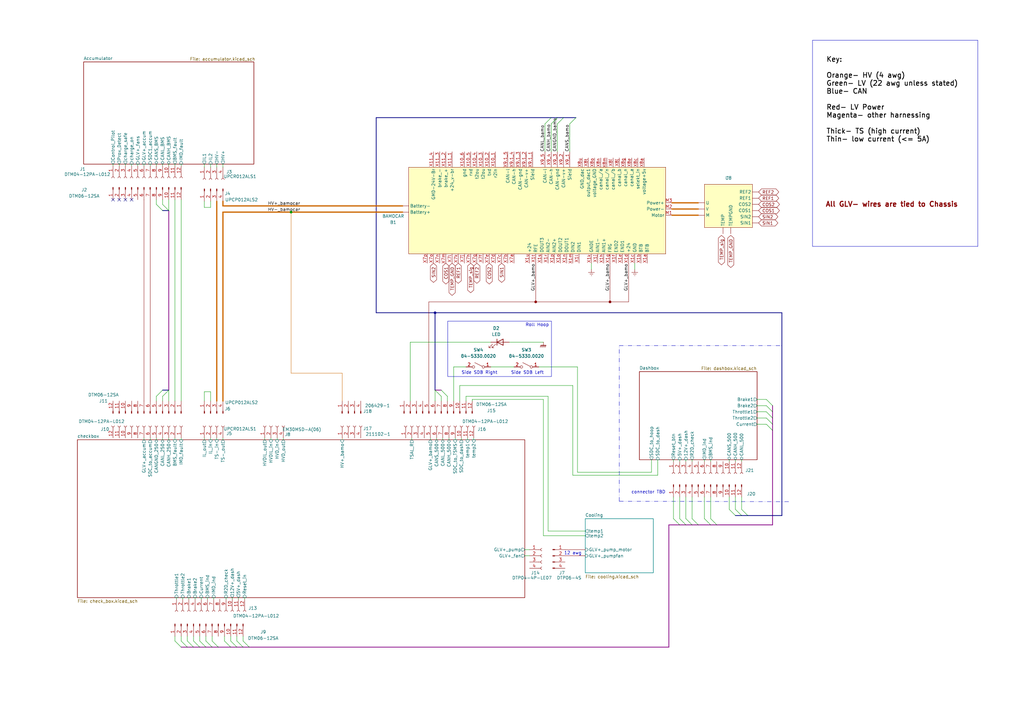
<source format=kicad_sch>
(kicad_sch (version 20231120) (generator "eeschema") (generator_version "8.0")
  (paper "A3")
  (title_block (title "SC FormulaE Electrical System"))
  (lib_symbols
    (symbol "Connector:Conn_01x04_Pin" (pin_names (offset 1.016) hide)
      (property "Reference" "J" (at 0 5.08 0))
      (property "Value" "Conn_01x04_Pin" (at 0 -7.62 0))
      (symbol "Conn_01x04_Pin_1_1"
        (polyline (pts (xy 1.27 -5.08) (xy 0.8636 -5.08)) (stroke (width 0.1524)))
        (polyline (pts (xy 1.27 -2.54) (xy 0.8636 -2.54)) (stroke (width 0.1524)))
        (polyline (pts (xy 1.27 0) (xy 0.8636 0)) (stroke (width 0.1524)))
        (polyline (pts (xy 1.27 2.54) (xy 0.8636 2.54)) (stroke (width 0.1524)))
        (rectangle (start 0.8636 -4.953) (end 0 -5.207) (stroke (width 0.1524)) (fill (type outline)))
        (rectangle (start 0.8636 -2.413) (end 0 -2.667) (stroke (width 0.1524)) (fill (type outline)))
        (rectangle (start 0.8636 0.127) (end 0 -0.127) (stroke (width 0.1524)) (fill (type outline)))
        (rectangle (start 0.8636 2.667) (end 0 2.413) (stroke (width 0.1524)) (fill (type outline)))
        (pin passive line (at 5.08 2.54 180) (length 3.81) (name "Pin_1") (number "1"))
        (pin passive line (at 5.08 0 180) (length 3.81) (name "Pin_2") (number "2"))
        (pin passive line (at 5.08 -2.54 180) (length 3.81) (name "Pin_3") (number "3"))
        (pin passive line (at 5.08 -5.08 180) (length 3.81) (name "Pin_4") (number "4"))
      )
    )
    (symbol "Connector:Conn_01x04_Socket" (pin_names (offset 1.016) hide)
      (property "Reference" "J" (at 0 5.08 0))
      (property "Value" "Conn_01x04_Socket" (at 0 -7.62 0))
      (symbol "Conn_01x04_Socket_1_1"
        (arc (start 0 -4.572) (mid -0.5058 -5.08) (end 0 -5.588) (stroke (width 0.1524)))
        (arc (start 0 -2.032) (mid -0.5058 -2.54) (end 0 -3.048) (stroke (width 0.1524)))
        (polyline (pts (xy -1.27 -5.08) (xy -0.508 -5.08)) (stroke (width 0.1524)))
        (polyline (pts (xy -1.27 -2.54) (xy -0.508 -2.54)) (stroke (width 0.1524)))
        (polyline (pts (xy -1.27 0) (xy -0.508 0)) (stroke (width 0.1524)))
        (polyline (pts (xy -1.27 2.54) (xy -0.508 2.54)) (stroke (width 0.1524)))
        (arc (start 0 0.508) (mid -0.5058 0) (end 0 -0.508) (stroke (width 0.1524)))
        (arc (start 0 3.048) (mid -0.5058 2.54) (end 0 2.032) (stroke (width 0.1524)))
        (pin passive line (at -5.08 2.54 0) (length 3.81) (name "Pin_1") (number "1"))
        (pin passive line (at -5.08 0 0) (length 3.81) (name "Pin_2") (number "2"))
        (pin passive line (at -5.08 -2.54 0) (length 3.81) (name "Pin_3") (number "3"))
        (pin passive line (at -5.08 -5.08 0) (length 3.81) (name "Pin_4") (number "4"))
      )
    )
    (symbol "Connector:Conn_01x12_Pin" (pin_names (offset 1.016) hide)
      (property "Reference" "J" (at 0 15.24 0))
      (property "Value" "Conn_01x12_Pin" (at 0 -17.78 0))
      (symbol "Conn_01x12_Pin_1_1"
        (polyline (pts (xy 1.27 -15.24) (xy 0.8636 -15.24)) (stroke (width 0.1524)))
        (polyline (pts (xy 1.27 -12.7) (xy 0.8636 -12.7)) (stroke (width 0.1524)))
        (polyline (pts (xy 1.27 -10.16) (xy 0.8636 -10.16)) (stroke (width 0.1524)))
        (polyline (pts (xy 1.27 -7.62) (xy 0.8636 -7.62)) (stroke (width 0.1524)))
        (polyline (pts (xy 1.27 -5.08) (xy 0.8636 -5.08)) (stroke (width 0.1524)))
        (polyline (pts (xy 1.27 -2.54) (xy 0.8636 -2.54)) (stroke (width 0.1524)))
        (polyline (pts (xy 1.27 0) (xy 0.8636 0)) (stroke (width 0.1524)))
        (polyline (pts (xy 1.27 2.54) (xy 0.8636 2.54)) (stroke (width 0.1524)))
        (polyline (pts (xy 1.27 5.08) (xy 0.8636 5.08)) (stroke (width 0.1524)))
        (polyline (pts (xy 1.27 7.62) (xy 0.8636 7.62)) (stroke (width 0.1524)))
        (polyline (pts (xy 1.27 10.16) (xy 0.8636 10.16)) (stroke (width 0.1524)))
        (polyline (pts (xy 1.27 12.7) (xy 0.8636 12.7)) (stroke (width 0.1524)))
        (rectangle (start 0.8636 -15.113) (end 0 -15.367) (stroke (width 0.1524)) (fill (type outline)))
        (rectangle (start 0.8636 -12.573) (end 0 -12.827) (stroke (width 0.1524)) (fill (type outline)))
        (rectangle (start 0.8636 -10.033) (end 0 -10.287) (stroke (width 0.1524)) (fill (type outline)))
        (rectangle (start 0.8636 -7.493) (end 0 -7.747) (stroke (width 0.1524)) (fill (type outline)))
        (rectangle (start 0.8636 -4.953) (end 0 -5.207) (stroke (width 0.1524)) (fill (type outline)))
        (rectangle (start 0.8636 -2.413) (end 0 -2.667) (stroke (width 0.1524)) (fill (type outline)))
        (rectangle (start 0.8636 0.127) (end 0 -0.127) (stroke (width 0.1524)) (fill (type outline)))
        (rectangle (start 0.8636 2.667) (end 0 2.413) (stroke (width 0.1524)) (fill (type outline)))
        (rectangle (start 0.8636 5.207) (end 0 4.953) (stroke (width 0.1524)) (fill (type outline)))
        (rectangle (start 0.8636 7.747) (end 0 7.493) (stroke (width 0.1524)) (fill (type outline)))
        (rectangle (start 0.8636 10.287) (end 0 10.033) (stroke (width 0.1524)) (fill (type outline)))
        (rectangle (start 0.8636 12.827) (end 0 12.573) (stroke (width 0.1524)) (fill (type outline)))
        (pin passive line (at 5.08 12.7 180) (length 3.81) (name "Pin_1") (number "1"))
        (pin passive line (at 5.08 -10.16 180) (length 3.81) (name "Pin_10") (number "10"))
        (pin passive line (at 5.08 -12.7 180) (length 3.81) (name "Pin_11") (number "11"))
        (pin passive line (at 5.08 -15.24 180) (length 3.81) (name "Pin_12") (number "12"))
        (pin passive line (at 5.08 10.16 180) (length 3.81) (name "Pin_2") (number "2"))
        (pin passive line (at 5.08 7.62 180) (length 3.81) (name "Pin_3") (number "3"))
        (pin passive line (at 5.08 5.08 180) (length 3.81) (name "Pin_4") (number "4"))
        (pin passive line (at 5.08 2.54 180) (length 3.81) (name "Pin_5") (number "5"))
        (pin passive line (at 5.08 0 180) (length 3.81) (name "Pin_6") (number "6"))
        (pin passive line (at 5.08 -2.54 180) (length 3.81) (name "Pin_7") (number "7"))
        (pin passive line (at 5.08 -5.08 180) (length 3.81) (name "Pin_8") (number "8"))
        (pin passive line (at 5.08 -7.62 180) (length 3.81) (name "Pin_9") (number "9"))
      )
    )
    (symbol "Connector:Conn_01x12_Socket" (pin_names (offset 1.016) hide)
      (property "Reference" "J" (at 0 15.24 0))
      (property "Value" "Conn_01x12_Socket" (at 0 -17.78 0))
      (symbol "Conn_01x12_Socket_1_1"
        (arc (start 0 -14.732) (mid -0.5058 -15.24) (end 0 -15.748) (stroke (width 0.1524)))
        (arc (start 0 -12.192) (mid -0.5058 -12.7) (end 0 -13.208) (stroke (width 0.1524)))
        (arc (start 0 -9.652) (mid -0.5058 -10.16) (end 0 -10.668) (stroke (width 0.1524)))
        (arc (start 0 -7.112) (mid -0.5058 -7.62) (end 0 -8.128) (stroke (width 0.1524)))
        (arc (start 0 -4.572) (mid -0.5058 -5.08) (end 0 -5.588) (stroke (width 0.1524)))
        (arc (start 0 -2.032) (mid -0.5058 -2.54) (end 0 -3.048) (stroke (width 0.1524)))
        (polyline (pts (xy -1.27 -15.24) (xy -0.508 -15.24)) (stroke (width 0.1524)))
        (polyline (pts (xy -1.27 -12.7) (xy -0.508 -12.7)) (stroke (width 0.1524)))
        (polyline (pts (xy -1.27 -10.16) (xy -0.508 -10.16)) (stroke (width 0.1524)))
        (polyline (pts (xy -1.27 -7.62) (xy -0.508 -7.62)) (stroke (width 0.1524)))
        (polyline (pts (xy -1.27 -5.08) (xy -0.508 -5.08)) (stroke (width 0.1524)))
        (polyline (pts (xy -1.27 -2.54) (xy -0.508 -2.54)) (stroke (width 0.1524)))
        (polyline (pts (xy -1.27 0) (xy -0.508 0)) (stroke (width 0.1524)))
        (polyline (pts (xy -1.27 2.54) (xy -0.508 2.54)) (stroke (width 0.1524)))
        (polyline (pts (xy -1.27 5.08) (xy -0.508 5.08)) (stroke (width 0.1524)))
        (polyline (pts (xy -1.27 7.62) (xy -0.508 7.62)) (stroke (width 0.1524)))
        (polyline (pts (xy -1.27 10.16) (xy -0.508 10.16)) (stroke (width 0.1524)))
        (polyline (pts (xy -1.27 12.7) (xy -0.508 12.7)) (stroke (width 0.1524)))
        (arc (start 0 0.508) (mid -0.5058 0) (end 0 -0.508) (stroke (width 0.1524)))
        (arc (start 0 3.048) (mid -0.5058 2.54) (end 0 2.032) (stroke (width 0.1524)))
        (arc (start 0 5.588) (mid -0.5058 5.08) (end 0 4.572) (stroke (width 0.1524)))
        (arc (start 0 8.128) (mid -0.5058 7.62) (end 0 7.112) (stroke (width 0.1524)))
        (arc (start 0 10.668) (mid -0.5058 10.16) (end 0 9.652) (stroke (width 0.1524)))
        (arc (start 0 13.208) (mid -0.5058 12.7) (end 0 12.192) (stroke (width 0.1524)))
        (pin passive line (at -5.08 12.7 0) (length 3.81) (name "Pin_1") (number "1"))
        (pin passive line (at -5.08 -10.16 0) (length 3.81) (name "Pin_10") (number "10"))
        (pin passive line (at -5.08 -12.7 0) (length 3.81) (name "Pin_11") (number "11"))
        (pin passive line (at -5.08 -15.24 0) (length 3.81) (name "Pin_12") (number "12"))
        (pin passive line (at -5.08 10.16 0) (length 3.81) (name "Pin_2") (number "2"))
        (pin passive line (at -5.08 7.62 0) (length 3.81) (name "Pin_3") (number "3"))
        (pin passive line (at -5.08 5.08 0) (length 3.81) (name "Pin_4") (number "4"))
        (pin passive line (at -5.08 2.54 0) (length 3.81) (name "Pin_5") (number "5"))
        (pin passive line (at -5.08 0 0) (length 3.81) (name "Pin_6") (number "6"))
        (pin passive line (at -5.08 -2.54 0) (length 3.81) (name "Pin_7") (number "7"))
        (pin passive line (at -5.08 -5.08 0) (length 3.81) (name "Pin_8") (number "8"))
        (pin passive line (at -5.08 -7.62 0) (length 3.81) (name "Pin_9") (number "9"))
      )
    )
    (symbol "Device:LED" (pin_numbers hide) (pin_names (offset 1.016) hide)
      (property "Reference" "D" (at 0 2.54 0))
      (property "Value" "LED" (at 0 -2.54 0))
      (symbol "LED_0_1"
        (polyline (pts (xy -1.27 -1.27) (xy -1.27 1.27)) (stroke (width 0.254)))
        (polyline (pts (xy -1.27 0) (xy 1.27 0)))
        (polyline (pts (xy 1.27 -1.27) (xy 1.27 1.27) (xy -1.27 0) (xy 1.27 -1.27)) (stroke (width 0.254)))
        (polyline (pts (xy -3.048 -0.762) (xy -4.572 -2.286) (xy -3.81 -2.286) (xy -4.572 -2.286) (xy -4.572 -1.524)))
        (polyline (pts (xy -1.778 -0.762) (xy -3.302 -2.286) (xy -2.54 -2.286) (xy -3.302 -2.286) (xy -3.302 -1.524)))
      )
      (symbol "LED_1_1"
        (pin passive line (at -3.81 0 0) (length 2.54) (name "K") (number "1"))
        (pin passive line (at 3.81 0 180) (length 2.54) (name "A") (number "2"))
      )
    )
    (symbol "FSAE:BAMOCAR"
      (property "Reference" "B" (at 0 1.27 0))
      (property "Value" "BAMOCAR" (at 0 -1.27 0))
      (symbol "BAMOCAR_0_1"
        (rectangle (start -17.78 53.34) (end 17.78 -52.07) (fill (type background)))
      )
      (symbol "BAMOCAR_1_1"
        (pin output line (at -0.635 -54.61 90) (length 2.54) (name "Battery+") (number ""))
        (pin output line (at 1.905 -54.61 90) (length 2.54) (name "Battery-") (number ""))
        (pin output line (at -1.905 55.88 270) (length 2.54) (name "Motor") (number "M1"))
        (pin output line (at 0.635 55.88 270) (length 2.54) (name "Power-") (number "M2"))
        (pin output line (at 3.175 55.88 270) (length 2.54) (name "Power+") (number "M3"))
        (pin input line (at 24.13 -16.51 180) (length 6.35) (name "r2in") (number "X10_1"))
        (pin input line (at 24.13 -19.05 180) (length 6.35) (name "txd") (number "X10_2"))
        (pin input line (at 24.13 -21.59 180) (length 6.35) (name "t2ou") (number "X10_3"))
        (pin input line (at 24.13 -24.13 180) (length 6.35) (name "t2ou") (number "X10_4"))
        (pin input line (at 24.13 -26.67 180) (length 6.35) (name "rxd") (number "X10_5"))
        (pin input line (at 24.13 -29.21 180) (length 6.35) (name "gnd") (number "X10_6"))
        (pin input line (at 24.13 -34.29 180) (length 6.35) (name "+24_v-br") (number "X11_1"))
        (pin input line (at 24.13 -36.83 180) (length 6.35) (name "brake_+") (number "X11_2"))
        (pin input line (at 24.13 -39.37 180) (length 6.35) (name "brake_-") (number "X11_3"))
        (pin input line (at 24.13 -41.91 180) (length 6.35) (name "GMD-24V-Br") (number "X11_4"))
        (pin input line (at -21.59 45.72 0) (length 3.81) (name "BTB") (number "X1a"))
        (pin output line (at -21.59 43.18 0) (length 3.81) (name "BTB") (number "X1b"))
        (pin output line (at -21.59 40.64 0) (length 3.81) (name "GND") (number "X1c"))
        (pin input line (at -21.59 38.1 0) (length 3.81) (name "+24") (number "X1d"))
        (pin input line (at -21.59 35.56 0) (length 3.81) (name "END1") (number "X1e"))
        (pin input line (at -21.59 33.02 0) (length 3.81) (name "END2") (number "X1f"))
        (pin input line (at -21.59 30.48 0) (length 3.81) (name "FRG") (number "X1g"))
        (pin input line (at -21.59 27.94 0) (length 3.81) (name "AIN1+") (number "X1h"))
        (pin input line (at -21.59 25.4 0) (length 3.81) (name "AIN1-") (number "X1j"))
        (pin output line (at -21.59 22.86 0) (length 3.81) (name "GNDE") (number "X1k"))
        (pin input line (at -21.59 17.78 0) (length 3.81) (name "DIN1") (number "X1l"))
        (pin input line (at -21.59 15.24 0) (length 3.81) (name "DIN2") (number "X1m"))
        (pin output line (at -21.59 12.7 0) (length 3.81) (name "DOUT1") (number "X1n"))
        (pin output line (at -21.59 10.16 0) (length 3.81) (name "DOUT2") (number "X1o"))
        (pin input line (at -21.59 7.62 0) (length 3.81) (name "AIN2+") (number "X1p"))
        (pin input line (at -21.59 5.08 0) (length 3.81) (name "AIN2-") (number "X1r"))
        (pin output line (at -21.59 2.54 0) (length 3.81) (name "DOUT3") (number "X1s"))
        (pin input line (at -21.59 0 0) (length 3.81) (name "RFE") (number "X1t"))
        (pin input line (at -21.59 -2.54 0) (length 3.81) (name "+24") (number "X1u"))
        (pin input line (at -21.59 -8.89 0) (length 3.81) (name "") (number "X7a"))
        (pin input line (at -21.59 -11.43 0) (length 3.81) (name "") (number "X7b"))
        (pin input line (at -21.59 -13.97 0) (length 3.81) (name "") (number "X7c"))
        (pin input line (at -21.59 -16.51 0) (length 3.81) (name "") (number "X7d"))
        (pin input line (at -21.59 -19.05 0) (length 3.81) (name "") (number "X7e"))
        (pin input line (at -21.59 -21.59 0) (length 3.81) (name "") (number "X7f"))
        (pin input line (at -21.59 -24.13 0) (length 3.81) (name "") (number "X7g"))
        (pin input line (at -21.59 -26.67 0) (length 3.81) (name "") (number "X7h"))
        (pin input line (at -21.59 -29.21 0) (length 3.81) (name "") (number "X7j"))
        (pin input line (at -21.59 -31.75 0) (length 3.81) (name "") (number "X7k"))
        (pin input line (at -21.59 -34.29 0) (length 3.81) (name "") (number "X7l"))
        (pin input line (at -21.59 -36.83 0) (length 3.81) (name "") (number "X7m"))
        (pin input line (at -21.59 -39.37 0) (length 3.81) (name "") (number "X7n"))
        (pin input line (at -21.59 -41.91 0) (length 3.81) (name "") (number "X7o"))
        (pin input line (at -21.59 -44.45 0) (length 3.81) (name "") (number "X7p"))
        (pin input line (at 21.59 44.45 180) (length 3.81) (name "voltage+5v") (number "X8a"))
        (pin bidirectional line (at 21.59 41.91 180) (length 3.81) (name "selekt_in") (number "X8c"))
        (pin bidirectional line (at 21.59 39.37 180) (length 3.81) (name "canal_a") (number "X8e"))
        (pin bidirectional line (at 21.59 36.83 180) (length 3.81) (name "canal_n") (number "X8g"))
        (pin bidirectional line (at 21.59 31.75 180) (length 3.81) (name "canal_/b") (number "X8i"))
        (pin bidirectional line (at 21.59 34.29 180) (length 3.81) (name "canal_b") (number "X8j"))
        (pin bidirectional line (at 21.59 29.21 180) (length 3.81) (name "canal_/n") (number "X8m"))
        (pin bidirectional line (at 21.59 26.67 180) (length 3.81) (name "canal_/a") (number "X8n"))
        (pin output line (at 21.59 24.13 180) (length 3.81) (name "voltage_GND") (number "X8o"))
        (pin output line (at 21.59 21.59 180) (length 3.81) (name "output_dac1") (number "X8t"))
        (pin output line (at 21.59 19.05 180) (length 3.81) (name "GND_dac") (number "X8u"))
        (pin bidirectional line (at 24.13 -1.27 180) (length 6.35) (name "Sield") (number "X9.1_1"))
        (pin input line (at 24.13 -3.81 180) (length 6.35) (name "CAN-v+") (number "X9.1_2"))
        (pin output line (at 24.13 -6.35 180) (length 6.35) (name "CAN-gnd") (number "X9.1_3"))
        (pin bidirectional line (at 24.13 -8.89 180) (length 6.35) (name "CAN-h") (number "X9.1_4"))
        (pin bidirectional line (at 24.13 -11.43 180) (length 6.35) (name "CAN-l") (number "X9.1_5"))
        (pin bidirectional line (at 24.13 13.97 180) (length 6.35) (name "Sield") (number "X9_1"))
        (pin input line (at 24.13 11.43 180) (length 6.35) (name "CAN-v+") (number "X9_2"))
        (pin output line (at 24.13 8.89 180) (length 6.35) (name "CAN-gnd") (number "X9_3"))
        (pin bidirectional line (at 24.13 6.35 180) (length 6.35) (name "CAN-h") (number "X9_4"))
        (pin bidirectional line (at 24.13 3.81 180) (length 6.35) (name "CAN-l") (number "X9_5"))
      )
    )
    (symbol "FSAE:Emrak"
      (property "Reference" "U" (at 0 0 0))
      (symbol "Emrak_0_1"
        (rectangle (start -9.525 20.955) (end 10.16 3.175) (fill (type background)))
      )
      (symbol "Emrak_1_1"
        (pin input line (at 12.7 13.97 180) (length 2.54) (name "COS1") (number ""))
        (pin input line (at 12.7 11.43 180) (length 2.54) (name "COS2") (number ""))
        (pin input line (at -12.065 15.875 0) (length 2.54) (name "M") (number ""))
        (pin input line (at 12.7 8.89 180) (length 2.54) (name "REF1") (number ""))
        (pin input line (at 12.7 6.35 180) (length 2.54) (name "REF2") (number ""))
        (pin input line (at 12.7 19.05 180) (length 2.54) (name "SIN1") (number ""))
        (pin input line (at 12.7 16.51 180) (length 2.54) (name "SIN2") (number ""))
        (pin input line (at -1.905 23.495 270) (length 2.54) (name "TEMP") (number ""))
        (pin input line (at 1.27 23.495 270) (length 2.54) (name "TEMPGND") (number ""))
        (pin input line (at -12.065 10.795 0) (length 2.54) (name "U") (number ""))
        (pin input line (at -12.065 13.335 0) (length 2.54) (name "V") (number ""))
      )
    )
    (symbol "Switch:SW_SPST" (pin_names (offset 0) hide)
      (property "Reference" "SW" (at 0 3.175 0))
      (property "Value" "SW_SPST" (at 0 -2.54 0))
      (symbol "SW_SPST_0_0"
        (circle (center -2.032 0) (radius 0.508))
        (polyline (pts (xy -1.524 0.254) (xy 1.524 1.778)))
        (circle (center 2.032 0) (radius 0.508))
      )
      (symbol "SW_SPST_1_1"
        (pin passive line (at -5.08 0 0) (length 2.54) (name "A") (number "1"))
        (pin passive line (at 5.08 0 180) (length 2.54) (name "B") (number "2"))
      )
    )
    (symbol "power:Earth" (power) (pin_names (offset 0))
      (symbol "Earth_0_1"
        (polyline (pts (xy -0.635 -1.905) (xy 0.635 -1.905)))
        (polyline (pts (xy -0.127 -2.54) (xy 0.127 -2.54)))
        (polyline (pts (xy 0 -1.27) (xy 0 0)))
        (polyline (pts (xy 1.27 -1.27) (xy -1.27 -1.27)))
      )
      (symbol "Earth_1_1"
        (pin power_in line (at 0 0 270) (length 0) hide (name "Earth") (number "1"))
      )
    )
    (symbol "power:GNDPWR" (power) (pin_numbers hide) (pin_names (offset 0) hide)
      (property "Value" "GNDPWR" (at 0 -3.302 0))
      (symbol "GNDPWR_0_1"
        (polyline (pts (xy 0 -1.27) (xy 0 0)))
        (polyline (pts (xy -1.016 -1.27) (xy -1.27 -2.032) (xy -1.27 -2.032)) (stroke (width 0.2032)))
        (polyline (pts (xy -0.508 -1.27) (xy -0.762 -2.032) (xy -0.762 -2.032)) (stroke (width 0.2032)))
        (polyline (pts (xy 0 -1.27) (xy -0.254 -2.032) (xy -0.254 -2.032)) (stroke (width 0.2032)))
        (polyline (pts (xy 0.508 -1.27) (xy 0.254 -2.032) (xy 0.254 -2.032)) (stroke (width 0.2032)))
        (polyline (pts (xy 1.016 -1.27) (xy -1.016 -1.27) (xy -1.016 -1.27)) (stroke (width 0.2032)))
        (polyline (pts (xy 1.016 -1.27) (xy 0.762 -2.032) (xy 0.762 -2.032) (xy 0.762 -2.032)) (stroke (width 0.2032)))
      )
      (symbol "GNDPWR_1_1"
        (pin power_in line (at 0 0 270) (length 0) (name "~") (number "1"))
      )
    )
  )
  (junction (at 219.71 123.825) (color 132 0 0 1))
  (junction (at 119.38 86.995))
  (junction (at 250.19 123.825) (color 132 0 0 1))
  (junction (at 178.435 128.27) (color 0 0 132 1))
  (no_connect (at 48.895 81.915))
  (no_connect (at 53.975 81.915))
  (no_connect (at 46.355 81.915))
  (no_connect (at 51.435 81.915))
  (bus_entry (at 228.6 50.8) (size 2.54 -2.54))
  (bus_entry (at 288.925 212.725) (size 2.54 2.54))
  (bus_entry (at 92.075 262.89) (size 2.54 2.54))
  (bus_entry (at 276.225 212.725) (size 2.54 2.54))
  (bus_entry (at 99.695 262.89) (size 2.54 2.54))
  (bus_entry (at 97.155 262.89) (size 2.54 2.54))
  (bus_entry (at 64.135 83.82) (size 2.54 2.54))
  (bus_entry (at 94.615 262.89) (size 2.54 2.54))
  (bus_entry (at 223.52 50.8) (size 2.54 -2.54))
  (bus_entry (at 66.675 83.82) (size 2.54 2.54))
  (bus_entry (at 71.755 262.89) (size 2.54 2.54))
  (bus_entry (at 283.845 212.725) (size 2.54 2.54))
  (bus_entry (at 314.325 168.91) (size 2.54 2.54))
  (bus_entry (at 84.455 262.89) (size 2.54 2.54))
  (bus_entry (at 314.325 171.45) (size 2.54 2.54))
  (bus_entry (at 314.325 166.37) (size 2.54 2.54))
  (bus_entry (at 76.835 262.89) (size 2.54 2.54))
  (bus_entry (at 66.675 162.56) (size 2.54 -2.54))
  (bus_entry (at 233.68 50.8) (size 2.54 -2.54))
  (bus_entry (at 314.325 173.99) (size 2.54 2.54))
  (bus_entry (at 291.465 212.725) (size 2.54 2.54))
  (bus_entry (at 314.325 163.83) (size 2.54 2.54))
  (bus_entry (at 178.435 160.02) (size 2.54 2.54))
  (bus_entry (at 299.085 208.915) (size 2.54 2.54))
  (bus_entry (at 64.135 162.56) (size 2.54 -2.54))
  (bus_entry (at 278.765 212.725) (size 2.54 2.54))
  (bus_entry (at 74.295 262.89) (size 2.54 2.54))
  (bus_entry (at 79.375 262.89) (size 2.54 2.54))
  (bus_entry (at 304.165 208.915) (size 2.54 2.54))
  (bus_entry (at 281.305 212.725) (size 2.54 2.54))
  (bus_entry (at 81.915 262.89) (size 2.54 2.54))
  (bus_entry (at 180.975 160.02) (size 2.54 2.54))
  (bus_entry (at 226.06 50.8) (size 2.54 -2.54))
  (bus_entry (at 301.625 208.915) (size 2.54 2.54))
  (bus_entry (at 86.995 262.89) (size 2.54 2.54))
  (bus (pts (xy 316.865 166.37) (xy 316.865 168.91)) (stroke (width 0) (color 132 0 132 1)))
  (wire (pts (xy 276.225 188.595) (xy 276.225 189.23)))
  (wire (pts (xy 219.71 107.95) (xy 219.71 123.825)) (stroke (width 0) (color 132 0 0 1)))
  (wire (pts (xy 99.695 260.985) (xy 99.695 262.89)))
  (wire (pts (xy 71.755 81.915) (xy 71.755 164.465)))
  (wire (pts (xy 224.79 217.805) (xy 224.79 162.56)))
  (wire (pts (xy 228.6 50.8) (xy 228.6 62.23)))
  (wire (pts (xy 208.915 140.335) (xy 222.885 140.335)))
  (wire (pts (xy 86.36 67.31) (xy 86.36 68.58)))
  (wire (pts (xy 299.085 203.835) (xy 299.085 208.915)))
  (wire (pts (xy 281.305 188.595) (xy 281.305 189.23)))
  (bus (pts (xy 178.435 128.27) (xy 178.435 160.02)) (stroke (width 0) (color 0 0 132 1)))
  (bus (pts (xy 278.765 215.265) (xy 281.305 215.265)) (stroke (width 0) (color 132 0 132 1)))
  (wire (pts (xy 299.085 188.595) (xy 299.085 189.23)))
  (bus (pts (xy 304.165 211.455) (xy 306.705 211.455)) (stroke (width 0) (color 0 0 132 1)))
  (wire (pts (xy 48.895 67.31) (xy 48.895 67.945)))
  (wire (pts (xy 179.07 179.705) (xy 179.07 180.34)))
  (wire (pts (xy 59.055 179.705) (xy 59.055 180.34)))
  (wire (pts (xy 86.36 179.705) (xy 86.36 180.34)))
  (wire (pts (xy 275.59 85.725) (xy 286.385 85.725)) (stroke (width 0.508) (color 204 102 0 1)))
  (bus (pts (xy 84.455 265.43) (xy 86.995 265.43)) (stroke (width 0) (color 132 0 132 1)))
  (wire (pts (xy 224.79 162.56) (xy 191.135 162.56)))
  (bus (pts (xy 86.995 265.43) (xy 89.535 265.43)) (stroke (width 0) (color 132 0 132 1)))
  (wire (pts (xy 250.19 123.825) (xy 257.81 123.825)) (stroke (width 0) (color 132 0 0 1)))
  (wire (pts (xy 310.515 163.83) (xy 314.325 163.83)))
  (bus (pts (xy 79.375 265.43) (xy 81.915 265.43)) (stroke (width 0) (color 132 0 132 1)))
  (bus (pts (xy 69.215 86.36) (xy 66.675 86.36)))
  (wire (pts (xy 83.82 85.09) (xy 86.36 85.09)))
  (wire (pts (xy 69.215 67.31) (xy 69.215 67.945)))
  (wire (pts (xy 71.755 260.985) (xy 71.755 262.89)))
  (wire (pts (xy 72.39 245.11) (xy 72.39 245.745)))
  (wire (pts (xy 168.275 140.335) (xy 201.295 140.335)))
  (wire (pts (xy 77.47 245.11) (xy 77.47 245.745)))
  (wire (pts (xy 140.335 179.705) (xy 140.335 180.34)) (stroke (width 0) (color 204 102 0 1)))
  (wire (pts (xy 66.675 67.31) (xy 66.675 67.945)))
  (wire (pts (xy 267.208 188.595) (xy 267.208 193.675)))
  (bus (pts (xy 76.835 265.43) (xy 79.375 265.43)) (stroke (width 0) (color 132 0 132 1)))
  (wire (pts (xy 87.63 245.11) (xy 87.63 245.745)))
  (wire (pts (xy 83.82 160.655) (xy 86.36 160.655)))
  (wire (pts (xy 69.215 81.915) (xy 69.215 86.36)))
  (wire (pts (xy 76.835 260.985) (xy 76.835 262.89)))
  (wire (pts (xy 71.755 179.705) (xy 71.755 180.34)))
  (wire (pts (xy 69.215 179.705) (xy 69.215 180.34)))
  (wire (pts (xy 176.53 179.705) (xy 176.53 180.34)))
  (wire (pts (xy 83.82 179.705) (xy 83.82 180.34)))
  (wire (pts (xy 301.625 188.595) (xy 301.625 189.23)))
  (bus (pts (xy 74.295 265.43) (xy 76.835 265.43)) (stroke (width 0) (color 132 0 132 1)))
  (wire (pts (xy 226.06 50.8) (xy 226.06 62.23)))
  (wire (pts (xy 236.855 193.675) (xy 236.855 150.495)))
  (wire (pts (xy 269.748 194.945) (xy 269.748 188.595)))
  (wire (pts (xy 116.205 179.705) (xy 116.205 180.34)))
  (bus (pts (xy 226.06 48.26) (xy 154.305 48.26)) (stroke (width 0) (color 0 0 132 1)))
  (wire (pts (xy 210.82 150.495) (xy 201.295 150.495)))
  (wire (pts (xy 64.135 67.31) (xy 64.135 67.945)))
  (wire (pts (xy 71.755 67.31) (xy 71.755 67.945)))
  (polyline (pts (xy 323.469 205.74) (xy 254 205.613)) (stroke (width 0) (type dash_dot_dot)))
  (bus (pts (xy 66.675 160.02) (xy 69.215 160.02)))
  (wire (pts (xy 91.44 179.705) (xy 91.44 180.34)))
  (wire (pts (xy 59.055 81.915) (xy 59.055 164.465)) (stroke (width 0) (color 132 0 0 1)))
  (wire (pts (xy 193.675 163.83) (xy 222.885 163.83)))
  (wire (pts (xy 97.79 245.11) (xy 97.79 245.745)))
  (bus (pts (xy 291.465 215.265) (xy 294.005 215.265)) (stroke (width 0) (color 132 0 132 1)))
  (wire (pts (xy 61.595 179.705) (xy 61.595 180.34)))
  (wire (pts (xy 186.055 150.495) (xy 191.135 150.495)))
  (wire (pts (xy 288.925 188.595) (xy 288.925 189.23)))
  (wire (pts (xy 260.35 110.49) (xy 260.35 107.95)))
  (wire (pts (xy 100.33 245.11) (xy 100.33 245.745)))
  (wire (pts (xy 97.155 260.985) (xy 97.155 262.89)))
  (bus (pts (xy 228.6 48.26) (xy 231.14 48.26)) (stroke (width 0) (color 0 0 132 1)))
  (wire (pts (xy 92.075 260.985) (xy 92.075 262.89)))
  (wire (pts (xy 222.885 219.71) (xy 240.03 219.71)))
  (wire (pts (xy 310.515 171.45) (xy 314.325 171.45)))
  (wire (pts (xy 140.335 153.035) (xy 140.335 164.465)) (stroke (width 0) (color 204 102 0 1)))
  (wire (pts (xy 180.975 162.56) (xy 180.975 164.465)))
  (wire (pts (xy 66.675 162.56) (xy 66.675 164.465)))
  (bus (pts (xy 178.435 160.02) (xy 180.975 160.02)) (stroke (width 0) (color 132 0 132 1)))
  (wire (pts (xy 61.595 67.31) (xy 61.595 67.945)))
  (bus (pts (xy 316.865 171.45) (xy 316.865 173.99)) (stroke (width 0) (color 132 0 132 1)))
  (wire (pts (xy 231.775 225.425) (xy 240.03 225.425)) (stroke (width 0) (color 132 0 0 1)))
  (wire (pts (xy 283.845 203.835) (xy 283.845 212.725)))
  (wire (pts (xy 257.81 107.95) (xy 257.81 123.825)) (stroke (width 0) (color 132 0 0 1)))
  (wire (pts (xy 56.515 67.31) (xy 56.515 67.945)))
  (bus (pts (xy 301.625 211.455) (xy 304.165 211.455)) (stroke (width 0) (color 0 0 132 1)))
  (wire (pts (xy 188.595 158.115) (xy 234.95 158.115)))
  (wire (pts (xy 74.295 67.31) (xy 74.295 67.945)))
  (bus (pts (xy 320.675 128.27) (xy 320.675 211.455)) (stroke (width 0) (color 0 0 132 1)))
  (wire (pts (xy 168.275 140.335) (xy 168.275 164.465)))
  (wire (pts (xy 88.9 67.31) (xy 88.9 68.58)))
  (wire (pts (xy 64.135 81.915) (xy 64.135 83.82)))
  (wire (pts (xy 74.295 260.985) (xy 74.295 262.89)))
  (wire (pts (xy 86.995 260.985) (xy 86.995 262.89)))
  (wire (pts (xy 219.71 123.825) (xy 250.19 123.825)) (stroke (width 0) (color 132 0 0 1)))
  (bus (pts (xy 286.385 215.265) (xy 291.465 215.265)) (stroke (width 0) (color 132 0 132 1)))
  (wire (pts (xy 46.355 67.31) (xy 46.355 67.945)))
  (wire (pts (xy 222.885 163.83) (xy 222.885 219.71)))
  (wire (pts (xy 234.95 194.945) (xy 269.748 194.945)))
  (wire (pts (xy 83.82 82.55) (xy 83.82 85.09)))
  (wire (pts (xy 242.57 110.49) (xy 242.57 107.95)))
  (wire (pts (xy 175.895 123.825) (xy 219.71 123.825)) (stroke (width 0) (color 132 0 0 1)))
  (wire (pts (xy 74.295 179.705) (xy 74.295 180.34)))
  (wire (pts (xy 231.775 227.965) (xy 240.03 227.965)) (stroke (width 0) (color 132 0 0 1)))
  (wire (pts (xy 83.82 164.465) (xy 83.82 160.655)))
  (bus (pts (xy 274.32 265.43) (xy 274.32 215.265)) (stroke (width 0) (color 132 0 132 1)))
  (wire (pts (xy 91.44 86.995) (xy 91.44 164.465)) (stroke (width 0.508) (color 204 102 0 1)))
  (wire (pts (xy 79.375 260.985) (xy 79.375 262.89)))
  (wire (pts (xy 189.23 179.705) (xy 189.23 180.34)))
  (wire (pts (xy 275.59 83.185) (xy 286.385 83.185)) (stroke (width 0.508) (color 204 102 0 1)))
  (polyline (pts (xy 254 141.732) (xy 320.675 141.732)) (stroke (width 0) (type dash_dot_dot)))
  (bus (pts (xy 81.915 265.43) (xy 84.455 265.43)) (stroke (width 0) (color 132 0 132 1)))
  (wire (pts (xy 223.52 50.8) (xy 223.52 62.23)))
  (wire (pts (xy 283.845 188.595) (xy 283.845 189.23)))
  (wire (pts (xy 310.515 166.37) (xy 314.325 166.37)))
  (bus (pts (xy 283.845 215.265) (xy 286.385 215.265)) (stroke (width 0) (color 132 0 132 1)))
  (wire (pts (xy 66.675 81.915) (xy 66.675 83.82)))
  (wire (pts (xy 61.595 81.915) (xy 61.595 164.465)) (stroke (width 0) (color 132 0 0 1)))
  (wire (pts (xy 310.515 173.99) (xy 314.325 173.99)))
  (wire (pts (xy 215.265 225.425) (xy 217.17 225.425)))
  (wire (pts (xy 304.165 188.595) (xy 304.165 189.23)))
  (wire (pts (xy 119.38 86.995) (xy 119.38 153.035)) (stroke (width 0) (color 204 102 0 1)))
  (bus (pts (xy 89.535 265.43) (xy 94.615 265.43)) (stroke (width 0) (color 132 0 132 1)))
  (wire (pts (xy 191.77 179.705) (xy 191.77 180.34)))
  (bus (pts (xy 69.215 86.36) (xy 69.215 160.02)) (stroke (width 0) (color 132 0 132 1)))
  (wire (pts (xy 85.09 245.11) (xy 85.09 245.745)))
  (bus (pts (xy 274.32 215.265) (xy 278.765 215.265)) (stroke (width 0) (color 132 0 132 1)))
  (wire (pts (xy 119.38 86.995) (xy 165.1 86.995)) (stroke (width 0.508) (color 204 102 0 1)))
  (wire (pts (xy 64.135 162.56) (xy 64.135 164.465)))
  (wire (pts (xy 113.665 179.705) (xy 113.665 180.34)))
  (wire (pts (xy 191.135 162.56) (xy 191.135 164.465)))
  (wire (pts (xy 51.435 67.31) (xy 51.435 67.945)))
  (bus (pts (xy 316.865 176.53) (xy 316.865 215.265)) (stroke (width 0) (color 132 0 132 1)))
  (wire (pts (xy 240.03 217.805) (xy 224.79 217.805)))
  (wire (pts (xy 94.615 260.985) (xy 94.615 262.89)))
  (bus (pts (xy 316.865 168.91) (xy 316.865 171.45)) (stroke (width 0) (color 132 0 132 1)))
  (bus (pts (xy 281.305 215.265) (xy 283.845 215.265)) (stroke (width 0) (color 132 0 132 1)))
  (wire (pts (xy 183.515 162.56) (xy 183.515 164.465)))
  (bus (pts (xy 99.695 265.43) (xy 102.235 265.43)) (stroke (width 0) (color 132 0 132 1)))
  (bus (pts (xy 178.435 128.27) (xy 320.675 128.27)) (stroke (width 0) (color 0 0 132 1)))
  (wire (pts (xy 304.165 203.835) (xy 304.165 208.915)))
  (wire (pts (xy 80.01 245.11) (xy 80.01 245.745)))
  (bus (pts (xy 306.705 211.455) (xy 320.675 211.455)) (stroke (width 0) (color 0 0 132 1)))
  (wire (pts (xy 74.295 81.915) (xy 74.295 164.465)))
  (bus (pts (xy 154.305 128.27) (xy 178.435 128.27)) (stroke (width 0) (color 0 0 132 1)))
  (bus (pts (xy 102.235 265.43) (xy 274.32 265.43)) (stroke (width 0) (color 132 0 132 1)))
  (wire (pts (xy 301.625 203.835) (xy 301.625 208.915)))
  (wire (pts (xy 168.91 179.705) (xy 168.91 180.34)))
  (wire (pts (xy 59.055 67.31) (xy 59.055 67.945)))
  (wire (pts (xy 281.305 203.835) (xy 281.305 212.725)))
  (wire (pts (xy 186.69 179.705) (xy 186.69 180.34)))
  (wire (pts (xy 86.36 82.55) (xy 86.36 85.09)))
  (wire (pts (xy 86.36 160.655) (xy 86.36 164.465)))
  (wire (pts (xy 119.38 153.035) (xy 140.335 153.035)) (stroke (width 0) (color 204 102 0 1)))
  (wire (pts (xy 194.31 179.705) (xy 194.31 180.34)))
  (wire (pts (xy 175.895 123.825) (xy 175.895 164.465)) (stroke (width 0) (color 132 0 0 1)))
  (wire (pts (xy 310.515 168.91) (xy 314.325 168.91)))
  (wire (pts (xy 276.225 203.835) (xy 276.225 212.725)))
  (wire (pts (xy 291.465 203.835) (xy 291.465 212.725)))
  (wire (pts (xy 111.125 179.705) (xy 111.125 180.34)))
  (wire (pts (xy 184.15 179.705) (xy 184.15 180.34)))
  (wire (pts (xy 291.465 188.595) (xy 291.465 189.23)))
  (wire (pts (xy 69.215 160.02) (xy 69.215 164.465)))
  (wire (pts (xy 181.61 179.705) (xy 181.61 180.34)))
  (wire (pts (xy 233.68 50.8) (xy 233.68 62.23)))
  (wire (pts (xy 88.9 179.705) (xy 88.9 180.34)))
  (wire (pts (xy 91.44 84.455) (xy 165.1 84.455)) (stroke (width 0.508) (color 204 102 0 1)))
  (wire (pts (xy 220.98 150.495) (xy 236.855 150.495)))
  (wire (pts (xy 74.93 245.11) (xy 74.93 245.745)))
  (wire (pts (xy 108.585 179.705) (xy 108.585 180.34)))
  (wire (pts (xy 81.915 260.985) (xy 81.915 262.89)))
  (wire (pts (xy 267.208 193.675) (xy 236.855 193.675)))
  (bus (pts (xy 94.615 265.43) (xy 97.155 265.43)) (stroke (width 0) (color 132 0 132 1)))
  (wire (pts (xy 288.925 203.835) (xy 288.925 212.725)))
  (wire (pts (xy 193.675 163.83) (xy 193.675 164.465)))
  (wire (pts (xy 91.44 67.31) (xy 91.44 68.58)))
  (wire (pts (xy 188.595 164.465) (xy 188.595 158.115)))
  (wire (pts (xy 278.765 203.835) (xy 278.765 212.725)))
  (wire (pts (xy 278.765 188.595) (xy 278.765 189.23)))
  (bus (pts (xy 231.14 48.26) (xy 236.22 48.26)) (stroke (width 0) (color 0 0 132 1)))
  (wire (pts (xy 88.9 82.55) (xy 88.9 164.465)) (stroke (width 0.508) (color 204 102 0 1)))
  (wire (pts (xy 178.435 160.02) (xy 178.435 164.465)))
  (wire (pts (xy 186.055 150.495) (xy 186.055 164.465)))
  (wire (pts (xy 95.25 245.11) (xy 95.25 245.745)))
  (wire (pts (xy 66.675 179.705) (xy 66.675 180.34)))
  (wire (pts (xy 119.38 86.995) (xy 120.015 86.995)) (stroke (width 0) (color 204 102 0 1)))
  (wire (pts (xy 64.135 179.705) (xy 64.135 180.34)))
  (bus (pts (xy 226.06 48.26) (xy 228.6 48.26)) (stroke (width 0) (color 0 0 132 1)))
  (wire (pts (xy 215.265 227.965) (xy 217.17 227.965)))
  (wire (pts (xy 234.95 158.115) (xy 234.95 194.945)))
  (wire (pts (xy 83.82 67.31) (xy 83.82 68.58)))
  (wire (pts (xy 275.59 88.265) (xy 286.385 88.265)) (stroke (width 0.508) (color 204 102 0 1)))
  (bus (pts (xy 97.155 265.43) (xy 99.695 265.43)) (stroke (width 0) (color 132 0 132 1)))
  (wire (pts (xy 92.71 245.11) (xy 92.71 245.745)))
  (wire (pts (xy 84.455 260.985) (xy 84.455 262.89)))
  (bus (pts (xy 316.865 173.99) (xy 316.865 176.53)) (stroke (width 0) (color 132 0 132 1)))
  (bus (pts (xy 294.005 215.265) (xy 316.865 215.265)) (stroke (width 0) (color 132 0 132 1)))
  (wire (pts (xy 250.19 107.95) (xy 250.19 123.825)) (stroke (width 0) (color 132 0 0 1)))
  (polyline (pts (xy 254 205.613) (xy 254 141.732)) (stroke (width 0) (type dash_dot_dot)))
  (wire (pts (xy 82.55 245.11) (xy 82.55 245.745)))
  (wire (pts (xy 53.975 67.31) (xy 53.975 67.945)))
  (wire (pts (xy 91.44 82.55) (xy 91.44 84.455)) (stroke (width 0.508) (color 204 102 0 1)))
  (wire (pts (xy 91.44 86.995) (xy 119.38 86.995)) (stroke (width 0.508) (color 204 102 0 1)))
  (bus (pts (xy 154.305 48.26) (xy 154.305 128.27)) (stroke (width 0) (color 0 0 132 1)))
  (rectangle (start 333.248 16.51) (end 401.066 101.0666))
  (rectangle (start 183.642 131.699) (end 226.187 154.432))
  (text "Roll Hoop" (at 220.345 133.35 0) (effects (font (size 1.27 1.27))))
  (text "connector TBD" (at 265.938 201.93 0) (effects (font (size 1.27 1.27))))
  (text "12 awg" (at 234.95 226.949 0) (effects (font (size 1.27 1.27))))
  (text "All GLV- wires are tied to Chassis" (at 365.76 83.947 0) (effects (font (size 2.032 2.032) (thickness 0.4064) (bold yes))))
  (text "Key:\n\nOrange- HV (4 awg)\nGreen- LV (22 awg unless stated)\nBlue- CAN\n\nRed- LV Power\nMagenta- other harnessing\n\nThick- TS (high current)\nThin- low current (<= 5A)\n" (at 338.836 58.42 0) (effects (font (size 2.032 2.032) (thickness 0.3048) (bold yes)) (justify left bottom)))
  (text "Side SDB Right" (at 189.23 153.67 0) (effects (font (size 1.27 1.27)) (justify left bottom)))
  (text "Side SDB Left" (at 209.55 153.67 0) (effects (font (size 1.27 1.27)) (justify left bottom)))
  (label "HV+_bamocar" (at 109.855 84.455 0))
  (label "GLV+_bamo" (at 219.71 119.38 90))
  (label "GLV+_bamo" (at 257.81 119.38 90))
  (label "CANGND_bamo" (at 228.6 62.23 90))
  (label "CANS_bamo" (at 233.68 62.23 90))
  (label "HV-_bamocar" (at 109.855 86.995 0))
  (label "CANH_bamo" (at 226.06 62.23 90))
  (label "GLV+_bamo" (at 250.19 119.38 90))
  (label "CANL_bamo" (at 223.52 62.23 90))
  (global_label "COS1" (shape bidirectional) (at 182.88 107.95 270) (property "Intersheetrefs" "${INTERSHEET_REFS}" (effects (hide yes))))
  (global_label "REF2" (shape bidirectional) (at 195.58 107.95 270) (property "Intersheetrefs" "${INTERSHEET_REFS}" (effects (hide yes))))
  (global_label "REF1" (shape bidirectional) (at 187.96 107.95 270) (property "Intersheetrefs" "${INTERSHEET_REFS}" (effects (hide yes))))
  (global_label "COS1" (shape bidirectional) (at 311.15 86.36 0) (property "Intersheetrefs" "${INTERSHEET_REFS}" (effects (hide yes))))
  (global_label "SIN1" (shape bidirectional) (at 311.15 91.44 0) (property "Intersheetrefs" "${INTERSHEET_REFS}" (effects (hide yes))))
  (global_label "COS2" (shape bidirectional) (at 311.15 83.82 0) (property "Intersheetrefs" "${INTERSHEET_REFS}" (effects (hide yes))))
  (global_label "TEMP_sig" (shape bidirectional) (at 295.91 96.52 270) (property "Intersheetrefs" "${INTERSHEET_REFS}" (effects (hide yes))))
  (global_label "TEMP_GND" (shape bidirectional) (at 299.72 96.52 270) (property "Intersheetrefs" "${INTERSHEET_REFS}" (effects (hide yes))))
  (global_label "SIN1" (shape bidirectional) (at 205.74 107.95 270) (property "Intersheetrefs" "${INTERSHEET_REFS}" (effects (hide yes))))
  (global_label "TEMP_sig" (shape bidirectional) (at 193.04 107.95 270) (property "Intersheetrefs" "${INTERSHEET_REFS}" (effects (hide yes))))
  (global_label "COS2" (shape bidirectional) (at 200.66 107.95 270) (property "Intersheetrefs" "${INTERSHEET_REFS}" (effects (hide yes))))
  (global_label "REF1" (shape bidirectional) (at 311.15 81.28 0) (property "Intersheetrefs" "${INTERSHEET_REFS}" (effects (hide yes))))
  (global_label "SIN2" (shape bidirectional) (at 177.8 107.95 270) (property "Intersheetrefs" "${INTERSHEET_REFS}" (effects (hide yes))))
  (global_label "TEMP_GND" (shape bidirectional) (at 185.42 107.95 270) (property "Intersheetrefs" "${INTERSHEET_REFS}" (effects (hide yes))))
  (global_label "REF2" (shape bidirectional) (at 311.15 78.74 0) (property "Intersheetrefs" "${INTERSHEET_REFS}" (effects (hide yes))))
  (global_label "SIN2" (shape bidirectional) (at 311.15 88.9 0) (property "Intersheetrefs" "${INTERSHEET_REFS}" (effects (hide yes))))
  (symbol (lib_id "FSAE:BAMOCAR") (at 219.71 86.36 270) (mirror x) (unit 1)
    (property "Reference" "B1" (at 161.29 91.1861 90))
    (property "Value" "BAMOCAR" (at 161.29 88.6461 90))
  )
  (symbol (lib_id "power:Earth") (at 260.35 110.49 0) (unit 1)
    (property "Reference" "#PWR02" (effects (hide yes)))
    (property "Value" "Earth" (effects (hide yes)))
  )
  (symbol (lib_id "Connector:Conn_01x04_Pin") (at 86.36 169.545 90) (unit 1)
    (property "Reference" "J6" (at 93.345 167.64 90))
    (property "Value" "UPCP012ALS2" (at 99.06 165.1 90))
  )
  (symbol (lib_id "power:GNDPWR") (at 222.885 140.335 0) (unit 1)
    (property "Reference" "#PWR010" (effects (hide yes)))
    (property "Value" "GNDPWR" (effects (hide yes)))
    (property "Description" "Power symbol creates a global label with name \"GNDPWR\" , global ground" (effects (hide yes)))
  )
  (symbol (lib_id "Connector:Conn_01x12_Socket") (at 85.09 250.825 90) (mirror x) (unit 1)
    (property "Reference" "J13" (at 103.632 249.428 90))
    (property "Value" "DTM04-12PA-L012" (at 105.029 252.603 90))
  )
  (symbol (lib_id "Connector:Conn_01x12_Socket") (at 59.055 73.025 90) (mirror x) (unit 1)
    (property "Reference" "J1" (at 33.909 69.342 90))
    (property "Value" "DTM04-12PA-L012" (at 35.814 71.501 90))
  )
  (symbol (lib_id "Switch:SW_SPST") (at 196.215 150.495 0) (mirror y) (unit 1)
    (property "Reference" "SW4" (at 196.215 143.51 0))
    (property "Value" "84-5330.0020" (at 196.215 146.05 0))
  )
  (symbol (lib_id "Connector:Conn_01x04_Socket") (at 86.36 174.625 90) (unit 1)
    (property "Reference" "J5" (at 93.98 177.8 90))
    (property "Value" "UPCR012ALS1" (at 98.425 175.895 90))
  )
  (symbol (lib_id "FSAE:Emrak") (at 298.45 72.39 0) (mirror x) (unit 1)
    (property "Reference" "U8" (at 298.7675 73.025 0))
    (property "Value" "~" (at 298.45 72.39 0))
  )
  (symbol (lib_id "Connector:Conn_01x12_Pin") (at 178.435 169.545 90) (unit 1)
    (property "Reference" "J15" (at 201.549 168.402 90))
    (property "Value" "DTM06-12SA" (at 201.549 165.862 90))
  )
  (symbol (lib_id "Connector:Conn_01x04_Pin") (at 142.875 169.545 90) (unit 1)
    (property "Reference" "J18" (at 150.749 168.656 90))
    (property "Value" "206429-1" (at 154.813 166.37 90))
  )
  (symbol (lib_id "Connector:Conn_01x04_Pin") (at 86.36 77.47 90) (mirror x) (unit 1)
    (property "Reference" "J4" (at 93.345 79.375 90))
    (property "Value" "UPCP012ALS2" (at 99.06 81.915 90))
  )
  (symbol (lib_id "Switch:SW_SPST") (at 215.9 150.495 0) (mirror y) (unit 1)
    (property "Reference" "SW3" (at 215.9 143.51 0))
    (property "Value" "84-5330.0020" (at 215.9 146.05 0))
  )
  (symbol (lib_id "power:Earth") (at 242.57 110.49 0) (unit 1)
    (property "Reference" "#PWR01" (effects (hide yes)))
    (property "Value" "Earth" (effects (hide yes)))
  )
  (symbol (lib_id "Connector:Conn_01x12_Socket") (at 61.595 174.625 270) (mirror x) (unit 1)
    (property "Reference" "J10" (at 43.053 176.022 90))
    (property "Value" "DTM04-12PA-L012" (at 41.656 172.847 90))
  )
  (symbol (lib_id "Connector:Conn_01x04_Pin") (at 226.695 227.965 0) (unit 1)
    (property "Reference" "J7" (at 230.505 234.95 0))
    (property "Value" "DTP06-4S" (at 233.426 236.982 0))
  )
  (symbol (lib_id "Connector:Conn_01x12_Pin") (at 288.925 198.755 90) (mirror x) (unit 1)
    (property "Reference" "J20" (at 308.102 202.565 90))
    (property "Value" "DTM06-12SA" (effects (hide yes)))
  )
  (symbol (lib_id "Connector:Conn_01x12_Socket") (at 179.07 174.625 90) (unit 1)
    (property "Reference" "J16" (at 197.612 176.022 90))
    (property "Value" "DTM04-12PA-L012" (at 199.009 172.847 90))
  )
  (symbol (lib_id "Connector:Conn_01x12_Socket") (at 288.925 194.31 90) (mirror x) (unit 1)
    (property "Reference" "J21" (at 307.467 192.913 90))
    (property "Value" "DTM04-12PA-L012" (effects (hide yes)))
  )
  (symbol (lib_id "Connector:Conn_01x04_Socket") (at 222.25 227.965 0) (unit 1)
    (property "Reference" "J14" (at 219.583 234.95 0))
    (property "Value" "DTP04-4P-LE07" (at 218.186 236.982 0))
  )
  (symbol (lib_id "Connector:Conn_01x12_Pin") (at 59.055 76.835 90) (mirror x) (unit 1)
    (property "Reference" "J2" (at 34.544 77.851 90))
    (property "Value" "DTM06-12SA" (at 34.544 80.391 90))
  )
  (symbol (lib_id "Connector:Conn_01x04_Socket") (at 86.36 73.66 90) (mirror x) (unit 1)
    (property "Reference" "J3" (at 93.98 70.485 90))
    (property "Value" "UPCR012ALS1" (at 98.425 72.39 90))
  )
  (symbol (lib_id "Device:LED") (at 205.105 140.335 0) (unit 1)
    (property "Reference" "D2" (at 203.5175 134.62 0))
    (property "Value" "LED" (at 203.5175 137.16 0))
    (property "Description" "Light emitting diode" (effects (hide yes)))
  )
  (symbol (lib_id "Connector:Conn_01x04_Socket") (at 142.875 174.625 90) (unit 1)
    (property "Reference" "J17" (at 150.749 175.768 90))
    (property "Value" "211102-1" (at 155.067 178.054 90))
  )
  (symbol (lib_id "Connector:Conn_01x04_Socket") (at 111.125 174.625 90) (unit 1)
    (property "Reference" "J8" (at 117.983 178.181 90))
    (property "Value" "EM30MSD-A(06)" (at 123.825 176.149 90))
  )
  (symbol (lib_id "Connector:Conn_01x12_Pin") (at 84.455 255.905 90) (mirror x) (unit 1)
    (property "Reference" "J9" (at 107.95 259.207 90))
    (property "Value" "DTM06-12SA" (at 107.95 261.747 90))
  )
  (symbol (lib_id "Connector:Conn_01x12_Pin") (at 61.595 169.545 270) (mirror x) (unit 1)
    (property "Reference" "J11" (at 42.418 164.465 90))
    (property "Value" "DTM06-12SA" (at 42.418 161.925 90))
  )
  (sheet (at 34.29 25.4) (size 69.85 41.91) (stroke (width 0.1524))
    (property "Sheetname" "Accumulator" (at 34.29 24.6884 0) (effects (justify left bottom)))
    (property "Sheetfile" "accumulator.kicad_sch" (at 77.851 23.495 0) (effects (justify left top)))
    (pin "HV-" output (at 88.9 67.31 270))
    (pin "IL1" output (at 83.82 67.31 270))
    (pin "IL2" input (at 86.36 67.31 270))
    (pin "HV+" output (at 91.44 67.31 270))
    (pin "charge_on" input (at 53.975 67.31 270))
    (pin "IMD_fault" input (at 74.295 67.31 270))
    (pin "CANH_BMS" bidirectional (at 69.215 67.31 270))
    (pin "BMS_fault" output (at 71.755 67.31 270))
    (pin "CANL_BMS" bidirectional (at 66.675 67.31 270))
    (pin "CANS_BMS" bidirectional (at 64.135 67.31 270))
    (pin "charge_safe" output (at 51.435 67.31 270))
    (pin "GLV+_accum" input (at 59.055 67.31 270))
    (pin "GLV+_fans" input (at 56.515 67.31 270))
    (pin "Prox_Detect" output (at 48.895 67.31 270))
    (pin "Control_Pilot" output (at 46.355 67.31 270))
    (pin "SDC1_accum" input (at 61.595 67.31 270))
  )
  (sheet (at 262.255 152.4) (size 48.26 36.195) (stroke (width 0.1524))
    (property "Sheetname" "Dashbox" (at 262.255 151.6884 0) (effects (justify left bottom)))
    (property "Sheetfile" "dashbox.kicad_sch" (at 287.528 150.368 0) (effects (justify left top)))
    (pin "5V+_dash" input (at 278.765 188.595 270))
    (pin "12V+_dash" input (at 281.305 188.595 270))
    (pin "SDC_to_hoop" output (at 267.208 188.595 270))
    (pin "IMD_ind" output (at 288.925 188.595 270))
    (pin "SDC_to_dash" input (at 269.748 188.595 270))
    (pin "R2D_check" output (at 283.845 188.595 270))
    (pin "Throttle1" output (at 310.515 168.91 0))
    (pin "Brake2" output (at 310.515 166.37 0))
    (pin "BMS_ind" output (at 291.465 188.595 270))
    (pin "Throttle2" output (at 310.515 171.45 0))
    (pin "Brake1" output (at 310.515 163.83 0))
    (pin "Current" output (at 310.515 173.99 0))
    (pin "Reset_btn" output (at 276.225 188.595 270))
    (pin "CANS_500" bidirectional (at 299.085 188.595 270))
    (pin "CANH_500" bidirectional (at 301.625 188.595 270))
    (pin "CANL_500" bidirectional (at 304.165 188.595 270))
  )
  (sheet (at 31.75 180.34) (size 183.515 64.77) (stroke (width 0.1524))
    (property "Sheetname" "checkbox" (at 31.75 179.6284 0) (effects (justify left bottom)))
    (property "Sheetfile" "check_box.kicad_sch" (at 31.75 245.8216 0) (effects (justify left top)))
    (pin "SDC_to_accum" output (at 61.595 180.34 90))
    (pin "HVDIL_out" output (at 108.585 180.34 90))
    (pin "HVDIL_in" input (at 111.125 180.34 90))
    (pin "TS-_out" output (at 91.44 180.34 90))
    (pin "HVD_out" output (at 116.205 180.34 90))
    (pin "HVD_in" input (at 113.665 180.34 90))
    (pin "TS-_in" input (at 88.9 180.34 90))
    (pin "5V+_dash" output (at 97.79 245.11 270))
    (pin "12V+_dash" output (at 95.25 245.11 270))
    (pin "TSAL_R" output (at 168.91 180.34 90))
    (pin "GLV+_bamo" output (at 176.53 180.34 90))
    (pin "SDC_to_dash" output (at 189.23 180.34 90))
    (pin "Reset_in" input (at 100.33 245.11 270))
    (pin "R2D_check" input (at 92.71 245.11 270))
    (pin "IMD_ind" input (at 87.63 245.11 270))
    (pin "Throttle2" input (at 74.93 245.11 270))
    (pin "Current" input (at 82.55 245.11 270))
    (pin "Brake2" input (at 80.01 245.11 270))
    (pin "Brake1" input (at 77.47 245.11 270))
    (pin "BMS_ind" input (at 85.09 245.11 270))
    (pin "Throttle1" input (at 72.39 245.11 270))
    (pin "GLV+_fan" output (at 215.265 227.965 0))
    (pin "GLV+_pump" output (at 215.265 225.425 0))
    (pin "IMD_fault" input (at 74.295 180.34 90))
    (pin "BMS_fault" input (at 71.755 180.34 90))
    (pin "GLV+_accum" output (at 59.055 180.34 90))
    (pin "CANH_250" bidirectional (at 69.215 180.34 90))
    (pin "CANL_250" bidirectional (at 66.675 180.34 90))
    (pin "CANGND_250" bidirectional (at 64.135 180.34 90))
    (pin "IL_out" output (at 83.82 180.34 90))
    (pin "IL_in" input (at 86.36 180.34 90))
    (pin "CANL_500" bidirectional (at 181.61 180.34 90))
    (pin "CANH_500" bidirectional (at 184.15 180.34 90))
    (pin "CANS_500" bidirectional (at 179.07 180.34 90))
    (pin "HV+_bamo" input (at 140.335 180.34 90))
    (pin "SDC_to_TSMS" input (at 186.69 180.34 90))
    (pin "temp1" input (at 191.77 180.34 90))
    (pin "temp2" input (at 194.31 180.34 90))
  )
  (sheet (at 240.03 212.725) (size 27.94 22.225) (stroke (width 0.1524) (color 0 132 132 1))
    (property "Sheetname" "Cooling" (at 240.03 212.0134 0) (effects (justify left bottom)))
    (property "Sheetfile" "cooling.kicad_sch" (at 240.03 235.7886 0) (effects (justify left top)))
    (pin "GLV+_pump_motor" input (at 240.03 225.425 180))
    (pin "GLV+_pumpfan" input (at 240.03 227.965 180))
    (pin "temp1" output (at 240.03 217.805 180))
    (pin "temp2" output (at 240.03 219.71 180))
  )
)
</source>
